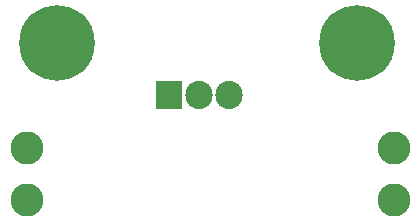
<source format=gbs>
G04 #@! TF.GenerationSoftware,KiCad,Pcbnew,(5.0.0)*
G04 #@! TF.CreationDate,2019-06-11T23:30:22+02:00*
G04 #@! TF.ProjectId,5v-step-down,35762D737465702D646F776E2E6B6963,rev?*
G04 #@! TF.SameCoordinates,Original*
G04 #@! TF.FileFunction,Soldermask,Bot*
G04 #@! TF.FilePolarity,Negative*
%FSLAX46Y46*%
G04 Gerber Fmt 4.6, Leading zero omitted, Abs format (unit mm)*
G04 Created by KiCad (PCBNEW (5.0.0)) date 06/11/19 23:30:22*
%MOMM*%
%LPD*%
G01*
G04 APERTURE LIST*
%ADD10C,6.400000*%
%ADD11C,2.800000*%
%ADD12O,2.305000X2.400000*%
%ADD13R,2.305000X2.400000*%
G04 APERTURE END LIST*
D10*
G04 #@! TO.C,Heatsink*
X94615000Y-67310000D03*
X120015000Y-67310000D03*
G04 #@! TD*
D11*
G04 #@! TO.C, *
X92075000Y-76200000D03*
G04 #@! TD*
G04 #@! TO.C, *
X92075000Y-80645000D03*
G04 #@! TD*
G04 #@! TO.C, *
X123190000Y-80645000D03*
G04 #@! TD*
D12*
G04 #@! TO.C,L78S05CV*
X109220000Y-71755000D03*
X106680000Y-71755000D03*
D13*
X104140000Y-71755000D03*
G04 #@! TD*
D11*
G04 #@! TO.C, *
X123190000Y-76200000D03*
G04 #@! TD*
M02*

</source>
